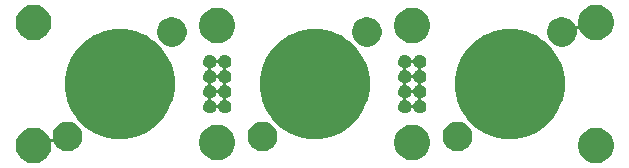
<source format=gbr>
G04 #@! TF.GenerationSoftware,KiCad,Pcbnew,(5.1.4)-1*
G04 #@! TF.CreationDate,2019-11-14T22:55:44-08:00*
G04 #@! TF.ProjectId,SkateLightLEDBoard,536b6174-654c-4696-9768-744c4544426f,rev?*
G04 #@! TF.SameCoordinates,Original*
G04 #@! TF.FileFunction,Soldermask,Bot*
G04 #@! TF.FilePolarity,Negative*
%FSLAX46Y46*%
G04 Gerber Fmt 4.6, Leading zero omitted, Abs format (unit mm)*
G04 Created by KiCad (PCBNEW (5.1.4)-1) date 2019-11-14 22:55:44*
%MOMM*%
%LPD*%
G04 APERTURE LIST*
%ADD10C,0.100000*%
G04 APERTURE END LIST*
D10*
G36*
X-20568097Y-3220075D02*
G01*
X-20340429Y-3314378D01*
X-20135534Y-3451285D01*
X-19961285Y-3625534D01*
X-19824378Y-3830429D01*
X-19824377Y-3830431D01*
X-19730075Y-4058097D01*
X-19682000Y-4299786D01*
X-19682000Y-4546214D01*
X-19725741Y-4766113D01*
X-19730075Y-4787903D01*
X-19824378Y-5015571D01*
X-19961285Y-5220466D01*
X-20135534Y-5394715D01*
X-20340429Y-5531622D01*
X-20340430Y-5531623D01*
X-20340431Y-5531623D01*
X-20568097Y-5625925D01*
X-20809786Y-5674000D01*
X-21056214Y-5674000D01*
X-21297903Y-5625925D01*
X-21525569Y-5531623D01*
X-21525570Y-5531623D01*
X-21525571Y-5531622D01*
X-21730466Y-5394715D01*
X-21904715Y-5220466D01*
X-22041622Y-5015571D01*
X-22071244Y-4944058D01*
X-22082795Y-4922447D01*
X-22098340Y-4903505D01*
X-22117282Y-4887960D01*
X-22138893Y-4876409D01*
X-22162342Y-4869296D01*
X-22186728Y-4866894D01*
X-22211114Y-4869296D01*
X-22234563Y-4876409D01*
X-22256174Y-4887960D01*
X-22275116Y-4903505D01*
X-22290661Y-4922447D01*
X-22302212Y-4944058D01*
X-22309325Y-4967507D01*
X-22311727Y-4991893D01*
X-22309326Y-5016275D01*
X-22301000Y-5058130D01*
X-22301000Y-5355870D01*
X-22359086Y-5647888D01*
X-22473026Y-5922964D01*
X-22638441Y-6170525D01*
X-22848975Y-6381059D01*
X-23096536Y-6546474D01*
X-23371612Y-6660414D01*
X-23517621Y-6689457D01*
X-23663629Y-6718500D01*
X-23961371Y-6718500D01*
X-24107379Y-6689457D01*
X-24253388Y-6660414D01*
X-24528464Y-6546474D01*
X-24776025Y-6381059D01*
X-24986559Y-6170525D01*
X-25151974Y-5922964D01*
X-25265914Y-5647888D01*
X-25324000Y-5355870D01*
X-25324000Y-5058130D01*
X-25315534Y-5015571D01*
X-25273476Y-4804129D01*
X-25265914Y-4766112D01*
X-25151974Y-4491036D01*
X-24986559Y-4243475D01*
X-24776025Y-4032941D01*
X-24528464Y-3867526D01*
X-24253388Y-3753586D01*
X-24107379Y-3724543D01*
X-23961371Y-3695500D01*
X-23663629Y-3695500D01*
X-23517621Y-3724543D01*
X-23371612Y-3753586D01*
X-23096536Y-3867526D01*
X-22848975Y-4032941D01*
X-22638441Y-4243475D01*
X-22473026Y-4491036D01*
X-22423763Y-4609967D01*
X-22412216Y-4631571D01*
X-22396671Y-4650513D01*
X-22377729Y-4666058D01*
X-22356118Y-4677609D01*
X-22332669Y-4684722D01*
X-22308283Y-4687124D01*
X-22283897Y-4684722D01*
X-22260448Y-4677609D01*
X-22238837Y-4666058D01*
X-22219895Y-4650513D01*
X-22204350Y-4631571D01*
X-22192799Y-4609960D01*
X-22185686Y-4586511D01*
X-22183284Y-4562125D01*
X-22184000Y-4554853D01*
X-22184000Y-4299786D01*
X-22135925Y-4058097D01*
X-22041623Y-3830431D01*
X-22041622Y-3830429D01*
X-21904715Y-3625534D01*
X-21730466Y-3451285D01*
X-21525571Y-3314378D01*
X-21297903Y-3220075D01*
X-21056214Y-3172000D01*
X-20809786Y-3172000D01*
X-20568097Y-3220075D01*
X-20568097Y-3220075D01*
G37*
G36*
X24107379Y-3724543D02*
G01*
X24253388Y-3753586D01*
X24528464Y-3867526D01*
X24776025Y-4032941D01*
X24986559Y-4243475D01*
X25151974Y-4491036D01*
X25265914Y-4766112D01*
X25273476Y-4804129D01*
X25315535Y-5015571D01*
X25324000Y-5058130D01*
X25324000Y-5355870D01*
X25265914Y-5647888D01*
X25151974Y-5922964D01*
X24986559Y-6170525D01*
X24776025Y-6381059D01*
X24528464Y-6546474D01*
X24253388Y-6660414D01*
X24107379Y-6689457D01*
X23961371Y-6718500D01*
X23663629Y-6718500D01*
X23517621Y-6689457D01*
X23371612Y-6660414D01*
X23096536Y-6546474D01*
X22848975Y-6381059D01*
X22638441Y-6170525D01*
X22473026Y-5922964D01*
X22359086Y-5647888D01*
X22301000Y-5355870D01*
X22301000Y-5058130D01*
X22309466Y-5015571D01*
X22351524Y-4804129D01*
X22359086Y-4766112D01*
X22473026Y-4491036D01*
X22638441Y-4243475D01*
X22848975Y-4032941D01*
X23096536Y-3867526D01*
X23371612Y-3753586D01*
X23517621Y-3724543D01*
X23663629Y-3695500D01*
X23961371Y-3695500D01*
X24107379Y-3724543D01*
X24107379Y-3724543D01*
G37*
G36*
X8453063Y-3451285D02*
G01*
X8695888Y-3499586D01*
X8970964Y-3613526D01*
X9218525Y-3778941D01*
X9429059Y-3989475D01*
X9594474Y-4237036D01*
X9708414Y-4512112D01*
X9766500Y-4804130D01*
X9766500Y-5101870D01*
X9708414Y-5393888D01*
X9594474Y-5668964D01*
X9429059Y-5916525D01*
X9218525Y-6127059D01*
X8970964Y-6292474D01*
X8695888Y-6406414D01*
X8549879Y-6435457D01*
X8403871Y-6464500D01*
X8106129Y-6464500D01*
X7960121Y-6435457D01*
X7814112Y-6406414D01*
X7539036Y-6292474D01*
X7291475Y-6127059D01*
X7080941Y-5916525D01*
X6915526Y-5668964D01*
X6801586Y-5393888D01*
X6743500Y-5101870D01*
X6743500Y-4804130D01*
X6801586Y-4512112D01*
X6915526Y-4237036D01*
X7080941Y-3989475D01*
X7291475Y-3778941D01*
X7539036Y-3613526D01*
X7814112Y-3499586D01*
X8056937Y-3451285D01*
X8106129Y-3441500D01*
X8403871Y-3441500D01*
X8453063Y-3451285D01*
X8453063Y-3451285D01*
G37*
G36*
X-8056937Y-3451285D02*
G01*
X-7814112Y-3499586D01*
X-7539036Y-3613526D01*
X-7291475Y-3778941D01*
X-7080941Y-3989475D01*
X-6915526Y-4237036D01*
X-6801586Y-4512112D01*
X-6743500Y-4804130D01*
X-6743500Y-5101870D01*
X-6801586Y-5393888D01*
X-6915526Y-5668964D01*
X-7080941Y-5916525D01*
X-7291475Y-6127059D01*
X-7539036Y-6292474D01*
X-7814112Y-6406414D01*
X-7960121Y-6435457D01*
X-8106129Y-6464500D01*
X-8403871Y-6464500D01*
X-8549879Y-6435457D01*
X-8695888Y-6406414D01*
X-8970964Y-6292474D01*
X-9218525Y-6127059D01*
X-9429059Y-5916525D01*
X-9594474Y-5668964D01*
X-9708414Y-5393888D01*
X-9766500Y-5101870D01*
X-9766500Y-4804130D01*
X-9708414Y-4512112D01*
X-9594474Y-4237036D01*
X-9429059Y-3989475D01*
X-9218525Y-3778941D01*
X-8970964Y-3613526D01*
X-8695888Y-3499586D01*
X-8453063Y-3451285D01*
X-8403871Y-3441500D01*
X-8106129Y-3441500D01*
X-8056937Y-3451285D01*
X-8056937Y-3451285D01*
G37*
G36*
X-4058097Y-3220075D02*
G01*
X-3830429Y-3314378D01*
X-3625534Y-3451285D01*
X-3451285Y-3625534D01*
X-3314378Y-3830429D01*
X-3314377Y-3830431D01*
X-3220075Y-4058097D01*
X-3172000Y-4299786D01*
X-3172000Y-4546214D01*
X-3215741Y-4766113D01*
X-3220075Y-4787903D01*
X-3314378Y-5015571D01*
X-3451285Y-5220466D01*
X-3625534Y-5394715D01*
X-3830429Y-5531622D01*
X-3830430Y-5531623D01*
X-3830431Y-5531623D01*
X-4058097Y-5625925D01*
X-4299786Y-5674000D01*
X-4546214Y-5674000D01*
X-4787903Y-5625925D01*
X-5015569Y-5531623D01*
X-5015570Y-5531623D01*
X-5015571Y-5531622D01*
X-5220466Y-5394715D01*
X-5394715Y-5220466D01*
X-5531622Y-5015571D01*
X-5625925Y-4787903D01*
X-5630259Y-4766113D01*
X-5674000Y-4546214D01*
X-5674000Y-4299786D01*
X-5625925Y-4058097D01*
X-5531623Y-3830431D01*
X-5531622Y-3830429D01*
X-5394715Y-3625534D01*
X-5220466Y-3451285D01*
X-5015571Y-3314378D01*
X-4787903Y-3220075D01*
X-4546214Y-3172000D01*
X-4299786Y-3172000D01*
X-4058097Y-3220075D01*
X-4058097Y-3220075D01*
G37*
G36*
X12451903Y-3220075D02*
G01*
X12679571Y-3314378D01*
X12884466Y-3451285D01*
X13058715Y-3625534D01*
X13195622Y-3830429D01*
X13195623Y-3830431D01*
X13289925Y-4058097D01*
X13338000Y-4299786D01*
X13338000Y-4546214D01*
X13294259Y-4766113D01*
X13289925Y-4787903D01*
X13195622Y-5015571D01*
X13058715Y-5220466D01*
X12884466Y-5394715D01*
X12679571Y-5531622D01*
X12679570Y-5531623D01*
X12679569Y-5531623D01*
X12451903Y-5625925D01*
X12210214Y-5674000D01*
X11963786Y-5674000D01*
X11722097Y-5625925D01*
X11494431Y-5531623D01*
X11494430Y-5531623D01*
X11494429Y-5531622D01*
X11289534Y-5394715D01*
X11115285Y-5220466D01*
X10978378Y-5015571D01*
X10884075Y-4787903D01*
X10879741Y-4766113D01*
X10836000Y-4546214D01*
X10836000Y-4299786D01*
X10884075Y-4058097D01*
X10978377Y-3830431D01*
X10978378Y-3830429D01*
X11115285Y-3625534D01*
X11289534Y-3451285D01*
X11494429Y-3314378D01*
X11722097Y-3220075D01*
X11963786Y-3172000D01*
X12210214Y-3172000D01*
X12451903Y-3220075D01*
X12451903Y-3220075D01*
G37*
G36*
X1356646Y4472265D02*
G01*
X1707249Y4327041D01*
X2203075Y4121663D01*
X2753940Y3753586D01*
X2963555Y3613526D01*
X2964840Y3612667D01*
X3612667Y2964840D01*
X4121663Y2203075D01*
X4302650Y1766133D01*
X4472265Y1356646D01*
X4651000Y458085D01*
X4651000Y-458085D01*
X4472265Y-1356646D01*
X4354808Y-1640211D01*
X4121663Y-2203075D01*
X3713913Y-2813315D01*
X3612668Y-2964839D01*
X2964839Y-3612668D01*
X2840872Y-3695500D01*
X2203075Y-4121663D01*
X1773047Y-4299786D01*
X1356646Y-4472265D01*
X458085Y-4651000D01*
X-458085Y-4651000D01*
X-1356646Y-4472265D01*
X-1773047Y-4299786D01*
X-2203075Y-4121663D01*
X-2840872Y-3695500D01*
X-2964839Y-3612668D01*
X-3612668Y-2964839D01*
X-3713913Y-2813315D01*
X-4121663Y-2203075D01*
X-4354808Y-1640211D01*
X-4472265Y-1356646D01*
X-4651000Y-458085D01*
X-4651000Y458085D01*
X-4472265Y1356646D01*
X-4302650Y1766133D01*
X-4121663Y2203075D01*
X-3612667Y2964840D01*
X-2964840Y3612667D01*
X-2963554Y3613526D01*
X-2753940Y3753586D01*
X-2203075Y4121663D01*
X-1707249Y4327041D01*
X-1356646Y4472265D01*
X-458085Y4651000D01*
X458085Y4651000D01*
X1356646Y4472265D01*
X1356646Y4472265D01*
G37*
G36*
X17866646Y4472265D02*
G01*
X18217249Y4327041D01*
X18713075Y4121663D01*
X19263940Y3753586D01*
X19473555Y3613526D01*
X19474840Y3612667D01*
X20122667Y2964840D01*
X20631663Y2203075D01*
X20812650Y1766133D01*
X20982265Y1356646D01*
X21161000Y458085D01*
X21161000Y-458085D01*
X20982265Y-1356646D01*
X20864808Y-1640211D01*
X20631663Y-2203075D01*
X20223913Y-2813315D01*
X20122668Y-2964839D01*
X19474839Y-3612668D01*
X19350872Y-3695500D01*
X18713075Y-4121663D01*
X18283047Y-4299786D01*
X17866646Y-4472265D01*
X16968085Y-4651000D01*
X16051915Y-4651000D01*
X15153354Y-4472265D01*
X14736953Y-4299786D01*
X14306925Y-4121663D01*
X13669128Y-3695500D01*
X13545161Y-3612668D01*
X12897332Y-2964839D01*
X12796087Y-2813315D01*
X12388337Y-2203075D01*
X12155192Y-1640211D01*
X12037735Y-1356646D01*
X11859000Y-458085D01*
X11859000Y458085D01*
X12037735Y1356646D01*
X12207350Y1766133D01*
X12388337Y2203075D01*
X12897333Y2964840D01*
X13545160Y3612667D01*
X13546446Y3613526D01*
X13756060Y3753586D01*
X14306925Y4121663D01*
X14802751Y4327041D01*
X15153354Y4472265D01*
X16051915Y4651000D01*
X16968085Y4651000D01*
X17866646Y4472265D01*
X17866646Y4472265D01*
G37*
G36*
X-15153354Y4472265D02*
G01*
X-14802751Y4327041D01*
X-14306925Y4121663D01*
X-13756060Y3753586D01*
X-13546445Y3613526D01*
X-13545160Y3612667D01*
X-12897333Y2964840D01*
X-12388337Y2203075D01*
X-12207350Y1766133D01*
X-12037735Y1356646D01*
X-11859000Y458085D01*
X-11859000Y-458085D01*
X-12037735Y-1356646D01*
X-12155192Y-1640211D01*
X-12388337Y-2203075D01*
X-12796087Y-2813315D01*
X-12897332Y-2964839D01*
X-13545161Y-3612668D01*
X-13669128Y-3695500D01*
X-14306925Y-4121663D01*
X-14736953Y-4299786D01*
X-15153354Y-4472265D01*
X-16051915Y-4651000D01*
X-16968085Y-4651000D01*
X-17866646Y-4472265D01*
X-18283047Y-4299786D01*
X-18713075Y-4121663D01*
X-19350872Y-3695500D01*
X-19474839Y-3612668D01*
X-20122668Y-2964839D01*
X-20223913Y-2813315D01*
X-20631663Y-2203075D01*
X-20864808Y-1640211D01*
X-20982265Y-1356646D01*
X-21161000Y-458085D01*
X-21161000Y458085D01*
X-20982265Y1356646D01*
X-20812650Y1766133D01*
X-20631663Y2203075D01*
X-20122667Y2964840D01*
X-19474840Y3612667D01*
X-19473554Y3613526D01*
X-19263940Y3753586D01*
X-18713075Y4121663D01*
X-18217249Y4327041D01*
X-17866646Y4472265D01*
X-16968085Y4651000D01*
X-16051915Y4651000D01*
X-15153354Y4472265D01*
X-15153354Y4472265D01*
G37*
G36*
X7783051Y2442520D02*
G01*
X7833920Y2421449D01*
X7884786Y2400380D01*
X7976342Y2339204D01*
X8054204Y2261342D01*
X8115380Y2169786D01*
X8139516Y2111515D01*
X8151068Y2089905D01*
X8166613Y2070963D01*
X8185555Y2055418D01*
X8207166Y2043867D01*
X8230615Y2036754D01*
X8255001Y2034352D01*
X8279387Y2036754D01*
X8302836Y2043867D01*
X8324446Y2055419D01*
X8343388Y2070964D01*
X8358933Y2089906D01*
X8370484Y2111515D01*
X8394620Y2169786D01*
X8455796Y2261342D01*
X8533658Y2339204D01*
X8625214Y2400380D01*
X8676080Y2421449D01*
X8726949Y2442520D01*
X8834941Y2464000D01*
X8945059Y2464000D01*
X9053051Y2442520D01*
X9103920Y2421449D01*
X9154786Y2400380D01*
X9246342Y2339204D01*
X9324204Y2261342D01*
X9385380Y2169786D01*
X9406449Y2118920D01*
X9427520Y2068051D01*
X9449000Y1960059D01*
X9449000Y1849941D01*
X9427520Y1741949D01*
X9418467Y1720094D01*
X9385380Y1640214D01*
X9324204Y1548658D01*
X9246342Y1470796D01*
X9154786Y1409620D01*
X9096515Y1385484D01*
X9074905Y1373932D01*
X9055963Y1358387D01*
X9040418Y1339445D01*
X9028867Y1317834D01*
X9021754Y1294385D01*
X9019352Y1269999D01*
X9021754Y1245613D01*
X9028867Y1222164D01*
X9040419Y1200554D01*
X9055964Y1181612D01*
X9074906Y1166067D01*
X9096513Y1154517D01*
X9154786Y1130380D01*
X9246342Y1069204D01*
X9324204Y991342D01*
X9385380Y899786D01*
X9406449Y848920D01*
X9427520Y798051D01*
X9449000Y690059D01*
X9449000Y579941D01*
X9427520Y471949D01*
X9418467Y450094D01*
X9385380Y370214D01*
X9324204Y278658D01*
X9246342Y200796D01*
X9154786Y139620D01*
X9096515Y115484D01*
X9074905Y103932D01*
X9055963Y88387D01*
X9040418Y69445D01*
X9028867Y47834D01*
X9021754Y24385D01*
X9019352Y-1D01*
X9021754Y-24387D01*
X9028867Y-47836D01*
X9040419Y-69446D01*
X9055964Y-88388D01*
X9074906Y-103933D01*
X9096513Y-115483D01*
X9154786Y-139620D01*
X9246342Y-200796D01*
X9324204Y-278658D01*
X9385380Y-370214D01*
X9406449Y-421080D01*
X9427520Y-471949D01*
X9449000Y-579941D01*
X9449000Y-690059D01*
X9427520Y-798051D01*
X9418467Y-819906D01*
X9385380Y-899786D01*
X9324204Y-991342D01*
X9246342Y-1069204D01*
X9154786Y-1130380D01*
X9096515Y-1154516D01*
X9074905Y-1166068D01*
X9055963Y-1181613D01*
X9040418Y-1200555D01*
X9028867Y-1222166D01*
X9021754Y-1245615D01*
X9019352Y-1270001D01*
X9021754Y-1294387D01*
X9028867Y-1317836D01*
X9040419Y-1339446D01*
X9055964Y-1358388D01*
X9074906Y-1373933D01*
X9096513Y-1385483D01*
X9154786Y-1409620D01*
X9246342Y-1470796D01*
X9324204Y-1548658D01*
X9385380Y-1640214D01*
X9406449Y-1691080D01*
X9427520Y-1741949D01*
X9449000Y-1849941D01*
X9449000Y-1960059D01*
X9427520Y-2068051D01*
X9418467Y-2089906D01*
X9385380Y-2169786D01*
X9324204Y-2261342D01*
X9246342Y-2339204D01*
X9154786Y-2400380D01*
X9103920Y-2421449D01*
X9053051Y-2442520D01*
X8945059Y-2464000D01*
X8834941Y-2464000D01*
X8726949Y-2442520D01*
X8676080Y-2421449D01*
X8625214Y-2400380D01*
X8533658Y-2339204D01*
X8455796Y-2261342D01*
X8394620Y-2169786D01*
X8370483Y-2111513D01*
X8358932Y-2089905D01*
X8343387Y-2070963D01*
X8324445Y-2055418D01*
X8302834Y-2043867D01*
X8279385Y-2036754D01*
X8254999Y-2034352D01*
X8230613Y-2036754D01*
X8207164Y-2043867D01*
X8185554Y-2055419D01*
X8166612Y-2070964D01*
X8151067Y-2089906D01*
X8139517Y-2111513D01*
X8115380Y-2169786D01*
X8054204Y-2261342D01*
X7976342Y-2339204D01*
X7884786Y-2400380D01*
X7833920Y-2421449D01*
X7783051Y-2442520D01*
X7675059Y-2464000D01*
X7564941Y-2464000D01*
X7456949Y-2442520D01*
X7406080Y-2421449D01*
X7355214Y-2400380D01*
X7263658Y-2339204D01*
X7185796Y-2261342D01*
X7124620Y-2169786D01*
X7091533Y-2089906D01*
X7082480Y-2068051D01*
X7061000Y-1960059D01*
X7061000Y-1849941D01*
X7082480Y-1741949D01*
X7103551Y-1691080D01*
X7124620Y-1640214D01*
X7185796Y-1548658D01*
X7263658Y-1470796D01*
X7355214Y-1409620D01*
X7413487Y-1385483D01*
X7435095Y-1373932D01*
X7454037Y-1358387D01*
X7469582Y-1339445D01*
X7481133Y-1317834D01*
X7488246Y-1294385D01*
X7490647Y-1270001D01*
X7749352Y-1270001D01*
X7751754Y-1294387D01*
X7758867Y-1317836D01*
X7770419Y-1339446D01*
X7785964Y-1358388D01*
X7804906Y-1373933D01*
X7826513Y-1385483D01*
X7884786Y-1409620D01*
X7976342Y-1470796D01*
X8054204Y-1548658D01*
X8115380Y-1640214D01*
X8139516Y-1698485D01*
X8151068Y-1720095D01*
X8166613Y-1739037D01*
X8185555Y-1754582D01*
X8207166Y-1766133D01*
X8230615Y-1773246D01*
X8255001Y-1775648D01*
X8279387Y-1773246D01*
X8302836Y-1766133D01*
X8324446Y-1754581D01*
X8343388Y-1739036D01*
X8358933Y-1720094D01*
X8370484Y-1698485D01*
X8394620Y-1640214D01*
X8455796Y-1548658D01*
X8533658Y-1470796D01*
X8625214Y-1409620D01*
X8683487Y-1385483D01*
X8705095Y-1373932D01*
X8724037Y-1358387D01*
X8739582Y-1339445D01*
X8751133Y-1317834D01*
X8758246Y-1294385D01*
X8760648Y-1269999D01*
X8758246Y-1245613D01*
X8751133Y-1222164D01*
X8739581Y-1200554D01*
X8724036Y-1181612D01*
X8705094Y-1166067D01*
X8683485Y-1154516D01*
X8625214Y-1130380D01*
X8533658Y-1069204D01*
X8455796Y-991342D01*
X8394620Y-899786D01*
X8370483Y-841513D01*
X8358932Y-819905D01*
X8343387Y-800963D01*
X8324445Y-785418D01*
X8302834Y-773867D01*
X8279385Y-766754D01*
X8254999Y-764352D01*
X8230613Y-766754D01*
X8207164Y-773867D01*
X8185554Y-785419D01*
X8166612Y-800964D01*
X8151067Y-819906D01*
X8139517Y-841513D01*
X8115380Y-899786D01*
X8054204Y-991342D01*
X7976342Y-1069204D01*
X7884786Y-1130380D01*
X7826515Y-1154516D01*
X7804905Y-1166068D01*
X7785963Y-1181613D01*
X7770418Y-1200555D01*
X7758867Y-1222166D01*
X7751754Y-1245615D01*
X7749352Y-1270001D01*
X7490647Y-1270001D01*
X7490648Y-1269999D01*
X7488246Y-1245613D01*
X7481133Y-1222164D01*
X7469581Y-1200554D01*
X7454036Y-1181612D01*
X7435094Y-1166067D01*
X7413485Y-1154516D01*
X7355214Y-1130380D01*
X7263658Y-1069204D01*
X7185796Y-991342D01*
X7124620Y-899786D01*
X7091533Y-819906D01*
X7082480Y-798051D01*
X7061000Y-690059D01*
X7061000Y-579941D01*
X7082480Y-471949D01*
X7103551Y-421080D01*
X7124620Y-370214D01*
X7185796Y-278658D01*
X7263658Y-200796D01*
X7355214Y-139620D01*
X7413487Y-115483D01*
X7435095Y-103932D01*
X7454037Y-88387D01*
X7469582Y-69445D01*
X7481133Y-47834D01*
X7488246Y-24385D01*
X7490647Y-1D01*
X7749352Y-1D01*
X7751754Y-24387D01*
X7758867Y-47836D01*
X7770419Y-69446D01*
X7785964Y-88388D01*
X7804906Y-103933D01*
X7826513Y-115483D01*
X7884786Y-139620D01*
X7976342Y-200796D01*
X8054204Y-278658D01*
X8115380Y-370214D01*
X8139516Y-428485D01*
X8151068Y-450095D01*
X8166613Y-469037D01*
X8185555Y-484582D01*
X8207166Y-496133D01*
X8230615Y-503246D01*
X8255001Y-505648D01*
X8279387Y-503246D01*
X8302836Y-496133D01*
X8324446Y-484581D01*
X8343388Y-469036D01*
X8358933Y-450094D01*
X8370484Y-428485D01*
X8394620Y-370214D01*
X8455796Y-278658D01*
X8533658Y-200796D01*
X8625214Y-139620D01*
X8683487Y-115483D01*
X8705095Y-103932D01*
X8724037Y-88387D01*
X8739582Y-69445D01*
X8751133Y-47834D01*
X8758246Y-24385D01*
X8760648Y1D01*
X8758246Y24387D01*
X8751133Y47836D01*
X8739581Y69446D01*
X8724036Y88388D01*
X8705094Y103933D01*
X8683485Y115484D01*
X8625214Y139620D01*
X8533658Y200796D01*
X8455796Y278658D01*
X8394620Y370214D01*
X8370483Y428487D01*
X8358932Y450095D01*
X8343387Y469037D01*
X8324445Y484582D01*
X8302834Y496133D01*
X8279385Y503246D01*
X8254999Y505648D01*
X8230613Y503246D01*
X8207164Y496133D01*
X8185554Y484581D01*
X8166612Y469036D01*
X8151067Y450094D01*
X8139517Y428487D01*
X8115380Y370214D01*
X8054204Y278658D01*
X7976342Y200796D01*
X7884786Y139620D01*
X7826515Y115484D01*
X7804905Y103932D01*
X7785963Y88387D01*
X7770418Y69445D01*
X7758867Y47834D01*
X7751754Y24385D01*
X7749352Y-1D01*
X7490647Y-1D01*
X7490648Y1D01*
X7488246Y24387D01*
X7481133Y47836D01*
X7469581Y69446D01*
X7454036Y88388D01*
X7435094Y103933D01*
X7413485Y115484D01*
X7355214Y139620D01*
X7263658Y200796D01*
X7185796Y278658D01*
X7124620Y370214D01*
X7091533Y450094D01*
X7082480Y471949D01*
X7061000Y579941D01*
X7061000Y690059D01*
X7082480Y798051D01*
X7103551Y848920D01*
X7124620Y899786D01*
X7185796Y991342D01*
X7263658Y1069204D01*
X7355214Y1130380D01*
X7413487Y1154517D01*
X7435095Y1166068D01*
X7454037Y1181613D01*
X7469582Y1200555D01*
X7481133Y1222166D01*
X7488246Y1245615D01*
X7490647Y1269999D01*
X7749352Y1269999D01*
X7751754Y1245613D01*
X7758867Y1222164D01*
X7770419Y1200554D01*
X7785964Y1181612D01*
X7804906Y1166067D01*
X7826513Y1154517D01*
X7884786Y1130380D01*
X7976342Y1069204D01*
X8054204Y991342D01*
X8115380Y899786D01*
X8139516Y841515D01*
X8151068Y819905D01*
X8166613Y800963D01*
X8185555Y785418D01*
X8207166Y773867D01*
X8230615Y766754D01*
X8255001Y764352D01*
X8279387Y766754D01*
X8302836Y773867D01*
X8324446Y785419D01*
X8343388Y800964D01*
X8358933Y819906D01*
X8370484Y841515D01*
X8394620Y899786D01*
X8455796Y991342D01*
X8533658Y1069204D01*
X8625214Y1130380D01*
X8683487Y1154517D01*
X8705095Y1166068D01*
X8724037Y1181613D01*
X8739582Y1200555D01*
X8751133Y1222166D01*
X8758246Y1245615D01*
X8760648Y1270001D01*
X8758246Y1294387D01*
X8751133Y1317836D01*
X8739581Y1339446D01*
X8724036Y1358388D01*
X8705094Y1373933D01*
X8683485Y1385484D01*
X8625214Y1409620D01*
X8533658Y1470796D01*
X8455796Y1548658D01*
X8394620Y1640214D01*
X8370483Y1698487D01*
X8358932Y1720095D01*
X8343387Y1739037D01*
X8324445Y1754582D01*
X8302834Y1766133D01*
X8279385Y1773246D01*
X8254999Y1775648D01*
X8230613Y1773246D01*
X8207164Y1766133D01*
X8185554Y1754581D01*
X8166612Y1739036D01*
X8151067Y1720094D01*
X8139517Y1698487D01*
X8115380Y1640214D01*
X8054204Y1548658D01*
X7976342Y1470796D01*
X7884786Y1409620D01*
X7826515Y1385484D01*
X7804905Y1373932D01*
X7785963Y1358387D01*
X7770418Y1339445D01*
X7758867Y1317834D01*
X7751754Y1294385D01*
X7749352Y1269999D01*
X7490647Y1269999D01*
X7490648Y1270001D01*
X7488246Y1294387D01*
X7481133Y1317836D01*
X7469581Y1339446D01*
X7454036Y1358388D01*
X7435094Y1373933D01*
X7413485Y1385484D01*
X7355214Y1409620D01*
X7263658Y1470796D01*
X7185796Y1548658D01*
X7124620Y1640214D01*
X7091533Y1720094D01*
X7082480Y1741949D01*
X7061000Y1849941D01*
X7061000Y1960059D01*
X7082480Y2068051D01*
X7103551Y2118920D01*
X7124620Y2169786D01*
X7185796Y2261342D01*
X7263658Y2339204D01*
X7355214Y2400380D01*
X7406080Y2421449D01*
X7456949Y2442520D01*
X7564941Y2464000D01*
X7675059Y2464000D01*
X7783051Y2442520D01*
X7783051Y2442520D01*
G37*
G36*
X-8726949Y2442520D02*
G01*
X-8676080Y2421449D01*
X-8625214Y2400380D01*
X-8533658Y2339204D01*
X-8455796Y2261342D01*
X-8394620Y2169786D01*
X-8370484Y2111515D01*
X-8358932Y2089905D01*
X-8343387Y2070963D01*
X-8324445Y2055418D01*
X-8302834Y2043867D01*
X-8279385Y2036754D01*
X-8254999Y2034352D01*
X-8230613Y2036754D01*
X-8207164Y2043867D01*
X-8185554Y2055419D01*
X-8166612Y2070964D01*
X-8151067Y2089906D01*
X-8139516Y2111515D01*
X-8115380Y2169786D01*
X-8054204Y2261342D01*
X-7976342Y2339204D01*
X-7884786Y2400380D01*
X-7833920Y2421449D01*
X-7783051Y2442520D01*
X-7675059Y2464000D01*
X-7564941Y2464000D01*
X-7456949Y2442520D01*
X-7406080Y2421449D01*
X-7355214Y2400380D01*
X-7263658Y2339204D01*
X-7185796Y2261342D01*
X-7124620Y2169786D01*
X-7103551Y2118920D01*
X-7082480Y2068051D01*
X-7061000Y1960059D01*
X-7061000Y1849941D01*
X-7082480Y1741949D01*
X-7091533Y1720094D01*
X-7124620Y1640214D01*
X-7185796Y1548658D01*
X-7263658Y1470796D01*
X-7355214Y1409620D01*
X-7413485Y1385484D01*
X-7435095Y1373932D01*
X-7454037Y1358387D01*
X-7469582Y1339445D01*
X-7481133Y1317834D01*
X-7488246Y1294385D01*
X-7490648Y1269999D01*
X-7488246Y1245613D01*
X-7481133Y1222164D01*
X-7469581Y1200554D01*
X-7454036Y1181612D01*
X-7435094Y1166067D01*
X-7413487Y1154517D01*
X-7355214Y1130380D01*
X-7263658Y1069204D01*
X-7185796Y991342D01*
X-7124620Y899786D01*
X-7103551Y848920D01*
X-7082480Y798051D01*
X-7061000Y690059D01*
X-7061000Y579941D01*
X-7082480Y471949D01*
X-7091533Y450094D01*
X-7124620Y370214D01*
X-7185796Y278658D01*
X-7263658Y200796D01*
X-7355214Y139620D01*
X-7413485Y115484D01*
X-7435095Y103932D01*
X-7454037Y88387D01*
X-7469582Y69445D01*
X-7481133Y47834D01*
X-7488246Y24385D01*
X-7490648Y-1D01*
X-7488246Y-24387D01*
X-7481133Y-47836D01*
X-7469581Y-69446D01*
X-7454036Y-88388D01*
X-7435094Y-103933D01*
X-7413487Y-115483D01*
X-7355214Y-139620D01*
X-7263658Y-200796D01*
X-7185796Y-278658D01*
X-7124620Y-370214D01*
X-7103551Y-421080D01*
X-7082480Y-471949D01*
X-7061000Y-579941D01*
X-7061000Y-690059D01*
X-7082480Y-798051D01*
X-7091533Y-819906D01*
X-7124620Y-899786D01*
X-7185796Y-991342D01*
X-7263658Y-1069204D01*
X-7355214Y-1130380D01*
X-7413485Y-1154516D01*
X-7435095Y-1166068D01*
X-7454037Y-1181613D01*
X-7469582Y-1200555D01*
X-7481133Y-1222166D01*
X-7488246Y-1245615D01*
X-7490648Y-1270001D01*
X-7488246Y-1294387D01*
X-7481133Y-1317836D01*
X-7469581Y-1339446D01*
X-7454036Y-1358388D01*
X-7435094Y-1373933D01*
X-7413487Y-1385483D01*
X-7355214Y-1409620D01*
X-7263658Y-1470796D01*
X-7185796Y-1548658D01*
X-7124620Y-1640214D01*
X-7103551Y-1691080D01*
X-7082480Y-1741949D01*
X-7061000Y-1849941D01*
X-7061000Y-1960059D01*
X-7082480Y-2068051D01*
X-7091533Y-2089906D01*
X-7124620Y-2169786D01*
X-7185796Y-2261342D01*
X-7263658Y-2339204D01*
X-7355214Y-2400380D01*
X-7406080Y-2421449D01*
X-7456949Y-2442520D01*
X-7564941Y-2464000D01*
X-7675059Y-2464000D01*
X-7783051Y-2442520D01*
X-7833920Y-2421449D01*
X-7884786Y-2400380D01*
X-7976342Y-2339204D01*
X-8054204Y-2261342D01*
X-8115380Y-2169786D01*
X-8139517Y-2111513D01*
X-8151068Y-2089905D01*
X-8166613Y-2070963D01*
X-8185555Y-2055418D01*
X-8207166Y-2043867D01*
X-8230615Y-2036754D01*
X-8255001Y-2034352D01*
X-8279387Y-2036754D01*
X-8302836Y-2043867D01*
X-8324446Y-2055419D01*
X-8343388Y-2070964D01*
X-8358933Y-2089906D01*
X-8370483Y-2111513D01*
X-8394620Y-2169786D01*
X-8455796Y-2261342D01*
X-8533658Y-2339204D01*
X-8625214Y-2400380D01*
X-8676080Y-2421449D01*
X-8726949Y-2442520D01*
X-8834941Y-2464000D01*
X-8945059Y-2464000D01*
X-9053051Y-2442520D01*
X-9103920Y-2421449D01*
X-9154786Y-2400380D01*
X-9246342Y-2339204D01*
X-9324204Y-2261342D01*
X-9385380Y-2169786D01*
X-9418467Y-2089906D01*
X-9427520Y-2068051D01*
X-9449000Y-1960059D01*
X-9449000Y-1849941D01*
X-9427520Y-1741949D01*
X-9406449Y-1691080D01*
X-9385380Y-1640214D01*
X-9324204Y-1548658D01*
X-9246342Y-1470796D01*
X-9154786Y-1409620D01*
X-9096513Y-1385483D01*
X-9074905Y-1373932D01*
X-9055963Y-1358387D01*
X-9040418Y-1339445D01*
X-9028867Y-1317834D01*
X-9021754Y-1294385D01*
X-9019353Y-1270001D01*
X-8760648Y-1270001D01*
X-8758246Y-1294387D01*
X-8751133Y-1317836D01*
X-8739581Y-1339446D01*
X-8724036Y-1358388D01*
X-8705094Y-1373933D01*
X-8683487Y-1385483D01*
X-8625214Y-1409620D01*
X-8533658Y-1470796D01*
X-8455796Y-1548658D01*
X-8394620Y-1640214D01*
X-8370484Y-1698485D01*
X-8358932Y-1720095D01*
X-8343387Y-1739037D01*
X-8324445Y-1754582D01*
X-8302834Y-1766133D01*
X-8279385Y-1773246D01*
X-8254999Y-1775648D01*
X-8230613Y-1773246D01*
X-8207164Y-1766133D01*
X-8185554Y-1754581D01*
X-8166612Y-1739036D01*
X-8151067Y-1720094D01*
X-8139516Y-1698485D01*
X-8115380Y-1640214D01*
X-8054204Y-1548658D01*
X-7976342Y-1470796D01*
X-7884786Y-1409620D01*
X-7826513Y-1385483D01*
X-7804905Y-1373932D01*
X-7785963Y-1358387D01*
X-7770418Y-1339445D01*
X-7758867Y-1317834D01*
X-7751754Y-1294385D01*
X-7749352Y-1269999D01*
X-7751754Y-1245613D01*
X-7758867Y-1222164D01*
X-7770419Y-1200554D01*
X-7785964Y-1181612D01*
X-7804906Y-1166067D01*
X-7826515Y-1154516D01*
X-7884786Y-1130380D01*
X-7976342Y-1069204D01*
X-8054204Y-991342D01*
X-8115380Y-899786D01*
X-8139517Y-841513D01*
X-8151068Y-819905D01*
X-8166613Y-800963D01*
X-8185555Y-785418D01*
X-8207166Y-773867D01*
X-8230615Y-766754D01*
X-8255001Y-764352D01*
X-8279387Y-766754D01*
X-8302836Y-773867D01*
X-8324446Y-785419D01*
X-8343388Y-800964D01*
X-8358933Y-819906D01*
X-8370483Y-841513D01*
X-8394620Y-899786D01*
X-8455796Y-991342D01*
X-8533658Y-1069204D01*
X-8625214Y-1130380D01*
X-8683485Y-1154516D01*
X-8705095Y-1166068D01*
X-8724037Y-1181613D01*
X-8739582Y-1200555D01*
X-8751133Y-1222166D01*
X-8758246Y-1245615D01*
X-8760648Y-1270001D01*
X-9019353Y-1270001D01*
X-9019352Y-1269999D01*
X-9021754Y-1245613D01*
X-9028867Y-1222164D01*
X-9040419Y-1200554D01*
X-9055964Y-1181612D01*
X-9074906Y-1166067D01*
X-9096515Y-1154516D01*
X-9154786Y-1130380D01*
X-9246342Y-1069204D01*
X-9324204Y-991342D01*
X-9385380Y-899786D01*
X-9418467Y-819906D01*
X-9427520Y-798051D01*
X-9449000Y-690059D01*
X-9449000Y-579941D01*
X-9427520Y-471949D01*
X-9406449Y-421080D01*
X-9385380Y-370214D01*
X-9324204Y-278658D01*
X-9246342Y-200796D01*
X-9154786Y-139620D01*
X-9096513Y-115483D01*
X-9074905Y-103932D01*
X-9055963Y-88387D01*
X-9040418Y-69445D01*
X-9028867Y-47834D01*
X-9021754Y-24385D01*
X-9019353Y-1D01*
X-8760648Y-1D01*
X-8758246Y-24387D01*
X-8751133Y-47836D01*
X-8739581Y-69446D01*
X-8724036Y-88388D01*
X-8705094Y-103933D01*
X-8683487Y-115483D01*
X-8625214Y-139620D01*
X-8533658Y-200796D01*
X-8455796Y-278658D01*
X-8394620Y-370214D01*
X-8370484Y-428485D01*
X-8358932Y-450095D01*
X-8343387Y-469037D01*
X-8324445Y-484582D01*
X-8302834Y-496133D01*
X-8279385Y-503246D01*
X-8254999Y-505648D01*
X-8230613Y-503246D01*
X-8207164Y-496133D01*
X-8185554Y-484581D01*
X-8166612Y-469036D01*
X-8151067Y-450094D01*
X-8139516Y-428485D01*
X-8115380Y-370214D01*
X-8054204Y-278658D01*
X-7976342Y-200796D01*
X-7884786Y-139620D01*
X-7826513Y-115483D01*
X-7804905Y-103932D01*
X-7785963Y-88387D01*
X-7770418Y-69445D01*
X-7758867Y-47834D01*
X-7751754Y-24385D01*
X-7749352Y1D01*
X-7751754Y24387D01*
X-7758867Y47836D01*
X-7770419Y69446D01*
X-7785964Y88388D01*
X-7804906Y103933D01*
X-7826515Y115484D01*
X-7884786Y139620D01*
X-7976342Y200796D01*
X-8054204Y278658D01*
X-8115380Y370214D01*
X-8139517Y428487D01*
X-8151068Y450095D01*
X-8166613Y469037D01*
X-8185555Y484582D01*
X-8207166Y496133D01*
X-8230615Y503246D01*
X-8255001Y505648D01*
X-8279387Y503246D01*
X-8302836Y496133D01*
X-8324446Y484581D01*
X-8343388Y469036D01*
X-8358933Y450094D01*
X-8370483Y428487D01*
X-8394620Y370214D01*
X-8455796Y278658D01*
X-8533658Y200796D01*
X-8625214Y139620D01*
X-8683485Y115484D01*
X-8705095Y103932D01*
X-8724037Y88387D01*
X-8739582Y69445D01*
X-8751133Y47834D01*
X-8758246Y24385D01*
X-8760648Y-1D01*
X-9019353Y-1D01*
X-9019352Y1D01*
X-9021754Y24387D01*
X-9028867Y47836D01*
X-9040419Y69446D01*
X-9055964Y88388D01*
X-9074906Y103933D01*
X-9096515Y115484D01*
X-9154786Y139620D01*
X-9246342Y200796D01*
X-9324204Y278658D01*
X-9385380Y370214D01*
X-9418467Y450094D01*
X-9427520Y471949D01*
X-9449000Y579941D01*
X-9449000Y690059D01*
X-9427520Y798051D01*
X-9406449Y848920D01*
X-9385380Y899786D01*
X-9324204Y991342D01*
X-9246342Y1069204D01*
X-9154786Y1130380D01*
X-9096513Y1154517D01*
X-9074905Y1166068D01*
X-9055963Y1181613D01*
X-9040418Y1200555D01*
X-9028867Y1222166D01*
X-9021754Y1245615D01*
X-9019353Y1269999D01*
X-8760648Y1269999D01*
X-8758246Y1245613D01*
X-8751133Y1222164D01*
X-8739581Y1200554D01*
X-8724036Y1181612D01*
X-8705094Y1166067D01*
X-8683487Y1154517D01*
X-8625214Y1130380D01*
X-8533658Y1069204D01*
X-8455796Y991342D01*
X-8394620Y899786D01*
X-8370484Y841515D01*
X-8358932Y819905D01*
X-8343387Y800963D01*
X-8324445Y785418D01*
X-8302834Y773867D01*
X-8279385Y766754D01*
X-8254999Y764352D01*
X-8230613Y766754D01*
X-8207164Y773867D01*
X-8185554Y785419D01*
X-8166612Y800964D01*
X-8151067Y819906D01*
X-8139516Y841515D01*
X-8115380Y899786D01*
X-8054204Y991342D01*
X-7976342Y1069204D01*
X-7884786Y1130380D01*
X-7826513Y1154517D01*
X-7804905Y1166068D01*
X-7785963Y1181613D01*
X-7770418Y1200555D01*
X-7758867Y1222166D01*
X-7751754Y1245615D01*
X-7749352Y1270001D01*
X-7751754Y1294387D01*
X-7758867Y1317836D01*
X-7770419Y1339446D01*
X-7785964Y1358388D01*
X-7804906Y1373933D01*
X-7826515Y1385484D01*
X-7884786Y1409620D01*
X-7976342Y1470796D01*
X-8054204Y1548658D01*
X-8115380Y1640214D01*
X-8139517Y1698487D01*
X-8151068Y1720095D01*
X-8166613Y1739037D01*
X-8185555Y1754582D01*
X-8207166Y1766133D01*
X-8230615Y1773246D01*
X-8255001Y1775648D01*
X-8279387Y1773246D01*
X-8302836Y1766133D01*
X-8324446Y1754581D01*
X-8343388Y1739036D01*
X-8358933Y1720094D01*
X-8370483Y1698487D01*
X-8394620Y1640214D01*
X-8455796Y1548658D01*
X-8533658Y1470796D01*
X-8625214Y1409620D01*
X-8683485Y1385484D01*
X-8705095Y1373932D01*
X-8724037Y1358387D01*
X-8739582Y1339445D01*
X-8751133Y1317834D01*
X-8758246Y1294385D01*
X-8760648Y1269999D01*
X-9019353Y1269999D01*
X-9019352Y1270001D01*
X-9021754Y1294387D01*
X-9028867Y1317836D01*
X-9040419Y1339446D01*
X-9055964Y1358388D01*
X-9074906Y1373933D01*
X-9096515Y1385484D01*
X-9154786Y1409620D01*
X-9246342Y1470796D01*
X-9324204Y1548658D01*
X-9385380Y1640214D01*
X-9418467Y1720094D01*
X-9427520Y1741949D01*
X-9449000Y1849941D01*
X-9449000Y1960059D01*
X-9427520Y2068051D01*
X-9406449Y2118920D01*
X-9385380Y2169786D01*
X-9324204Y2261342D01*
X-9246342Y2339204D01*
X-9154786Y2400380D01*
X-9103920Y2421449D01*
X-9053051Y2442520D01*
X-8945059Y2464000D01*
X-8834941Y2464000D01*
X-8726949Y2442520D01*
X-8726949Y2442520D01*
G37*
G36*
X4787903Y5625925D02*
G01*
X5015571Y5531622D01*
X5220466Y5394715D01*
X5394715Y5220466D01*
X5531148Y5016280D01*
X5531623Y5015569D01*
X5625925Y4787903D01*
X5674000Y4546214D01*
X5674000Y4299786D01*
X5661518Y4237036D01*
X5625925Y4058097D01*
X5531622Y3830429D01*
X5394715Y3625534D01*
X5220466Y3451285D01*
X5015571Y3314378D01*
X5015570Y3314377D01*
X5015569Y3314377D01*
X4787903Y3220075D01*
X4546214Y3172000D01*
X4299786Y3172000D01*
X4058097Y3220075D01*
X3830431Y3314377D01*
X3830430Y3314377D01*
X3830429Y3314378D01*
X3625534Y3451285D01*
X3451285Y3625534D01*
X3314378Y3830429D01*
X3220075Y4058097D01*
X3184482Y4237036D01*
X3172000Y4299786D01*
X3172000Y4546214D01*
X3220075Y4787903D01*
X3314377Y5015569D01*
X3314852Y5016280D01*
X3451285Y5220466D01*
X3625534Y5394715D01*
X3830429Y5531622D01*
X4058097Y5625925D01*
X4299786Y5674000D01*
X4546214Y5674000D01*
X4787903Y5625925D01*
X4787903Y5625925D01*
G37*
G36*
X-11722097Y5625925D02*
G01*
X-11494429Y5531622D01*
X-11289534Y5394715D01*
X-11115285Y5220466D01*
X-10978852Y5016280D01*
X-10978377Y5015569D01*
X-10884075Y4787903D01*
X-10836000Y4546214D01*
X-10836000Y4299786D01*
X-10848482Y4237036D01*
X-10884075Y4058097D01*
X-10978378Y3830429D01*
X-11115285Y3625534D01*
X-11289534Y3451285D01*
X-11494429Y3314378D01*
X-11494430Y3314377D01*
X-11494431Y3314377D01*
X-11722097Y3220075D01*
X-11963786Y3172000D01*
X-12210214Y3172000D01*
X-12451903Y3220075D01*
X-12679569Y3314377D01*
X-12679570Y3314377D01*
X-12679571Y3314378D01*
X-12884466Y3451285D01*
X-13058715Y3625534D01*
X-13195622Y3830429D01*
X-13289925Y4058097D01*
X-13325518Y4237036D01*
X-13338000Y4299786D01*
X-13338000Y4546214D01*
X-13289925Y4787903D01*
X-13195623Y5015569D01*
X-13195148Y5016280D01*
X-13058715Y5220466D01*
X-12884466Y5394715D01*
X-12679571Y5531622D01*
X-12451903Y5625925D01*
X-12210214Y5674000D01*
X-11963786Y5674000D01*
X-11722097Y5625925D01*
X-11722097Y5625925D01*
G37*
G36*
X24107379Y6689457D02*
G01*
X24253388Y6660414D01*
X24528464Y6546474D01*
X24776025Y6381059D01*
X24986559Y6170525D01*
X25151974Y5922964D01*
X25265914Y5647888D01*
X25265914Y5647887D01*
X25324000Y5355871D01*
X25324000Y5058129D01*
X25315534Y5015569D01*
X25265914Y4766112D01*
X25151974Y4491036D01*
X24986559Y4243475D01*
X24776025Y4032941D01*
X24528464Y3867526D01*
X24253388Y3753586D01*
X24107379Y3724543D01*
X23961371Y3695500D01*
X23663629Y3695500D01*
X23517621Y3724543D01*
X23371612Y3753586D01*
X23096536Y3867526D01*
X22848975Y4032941D01*
X22638441Y4243475D01*
X22473026Y4491036D01*
X22423763Y4609967D01*
X22412216Y4631571D01*
X22396671Y4650513D01*
X22377729Y4666058D01*
X22356118Y4677609D01*
X22332669Y4684722D01*
X22308283Y4687124D01*
X22283897Y4684722D01*
X22260448Y4677609D01*
X22238837Y4666058D01*
X22219895Y4650513D01*
X22204350Y4631571D01*
X22192799Y4609960D01*
X22185686Y4586511D01*
X22183284Y4562125D01*
X22184000Y4554853D01*
X22184000Y4299786D01*
X22171518Y4237036D01*
X22135925Y4058097D01*
X22041622Y3830429D01*
X21904715Y3625534D01*
X21730466Y3451285D01*
X21525571Y3314378D01*
X21525570Y3314377D01*
X21525569Y3314377D01*
X21297903Y3220075D01*
X21056214Y3172000D01*
X20809786Y3172000D01*
X20568097Y3220075D01*
X20340431Y3314377D01*
X20340430Y3314377D01*
X20340429Y3314378D01*
X20135534Y3451285D01*
X19961285Y3625534D01*
X19824378Y3830429D01*
X19730075Y4058097D01*
X19694482Y4237036D01*
X19682000Y4299786D01*
X19682000Y4546214D01*
X19730075Y4787903D01*
X19824377Y5015569D01*
X19824852Y5016280D01*
X19961285Y5220466D01*
X20135534Y5394715D01*
X20340429Y5531622D01*
X20568097Y5625925D01*
X20809786Y5674000D01*
X21056214Y5674000D01*
X21297903Y5625925D01*
X21525571Y5531622D01*
X21730466Y5394715D01*
X21904715Y5220466D01*
X22041148Y5016280D01*
X22041623Y5015569D01*
X22071244Y4944058D01*
X22082795Y4922447D01*
X22098340Y4903505D01*
X22117282Y4887960D01*
X22138893Y4876409D01*
X22162342Y4869296D01*
X22186728Y4866894D01*
X22211114Y4869296D01*
X22234563Y4876409D01*
X22256174Y4887960D01*
X22275116Y4903505D01*
X22290661Y4922447D01*
X22302212Y4944058D01*
X22309325Y4967507D01*
X22311727Y4991893D01*
X22309326Y5016275D01*
X22301000Y5058130D01*
X22301000Y5355870D01*
X22359086Y5647888D01*
X22473026Y5922964D01*
X22638441Y6170525D01*
X22848975Y6381059D01*
X23096536Y6546474D01*
X23371612Y6660414D01*
X23517621Y6689457D01*
X23663629Y6718500D01*
X23961371Y6718500D01*
X24107379Y6689457D01*
X24107379Y6689457D01*
G37*
G36*
X-7960121Y6435457D02*
G01*
X-7814112Y6406414D01*
X-7539036Y6292474D01*
X-7291475Y6127059D01*
X-7080941Y5916525D01*
X-6915526Y5668964D01*
X-6801586Y5393888D01*
X-6743500Y5101870D01*
X-6743500Y4804130D01*
X-6801586Y4512112D01*
X-6915526Y4237036D01*
X-7080941Y3989475D01*
X-7291475Y3778941D01*
X-7539036Y3613526D01*
X-7814112Y3499586D01*
X-7960121Y3470543D01*
X-8106129Y3441500D01*
X-8403871Y3441500D01*
X-8549879Y3470543D01*
X-8695888Y3499586D01*
X-8970964Y3613526D01*
X-9218525Y3778941D01*
X-9429059Y3989475D01*
X-9594474Y4237036D01*
X-9708414Y4512112D01*
X-9766500Y4804130D01*
X-9766500Y5101870D01*
X-9708414Y5393888D01*
X-9594474Y5668964D01*
X-9429059Y5916525D01*
X-9218525Y6127059D01*
X-8970964Y6292474D01*
X-8695888Y6406414D01*
X-8549879Y6435457D01*
X-8403871Y6464500D01*
X-8106129Y6464500D01*
X-7960121Y6435457D01*
X-7960121Y6435457D01*
G37*
G36*
X8549879Y6435457D02*
G01*
X8695888Y6406414D01*
X8970964Y6292474D01*
X9218525Y6127059D01*
X9429059Y5916525D01*
X9594474Y5668964D01*
X9708414Y5393888D01*
X9766500Y5101870D01*
X9766500Y4804130D01*
X9708414Y4512112D01*
X9594474Y4237036D01*
X9429059Y3989475D01*
X9218525Y3778941D01*
X8970964Y3613526D01*
X8695888Y3499586D01*
X8549879Y3470543D01*
X8403871Y3441500D01*
X8106129Y3441500D01*
X7960121Y3470543D01*
X7814112Y3499586D01*
X7539036Y3613526D01*
X7291475Y3778941D01*
X7080941Y3989475D01*
X6915526Y4237036D01*
X6801586Y4512112D01*
X6743500Y4804130D01*
X6743500Y5101870D01*
X6801586Y5393888D01*
X6915526Y5668964D01*
X7080941Y5916525D01*
X7291475Y6127059D01*
X7539036Y6292474D01*
X7814112Y6406414D01*
X7960121Y6435457D01*
X8106129Y6464500D01*
X8403871Y6464500D01*
X8549879Y6435457D01*
X8549879Y6435457D01*
G37*
G36*
X-23517621Y6689457D02*
G01*
X-23371612Y6660414D01*
X-23096536Y6546474D01*
X-22848975Y6381059D01*
X-22638441Y6170525D01*
X-22473026Y5922964D01*
X-22359086Y5647888D01*
X-22359086Y5647887D01*
X-22301000Y5355871D01*
X-22301000Y5058129D01*
X-22309466Y5015569D01*
X-22359086Y4766112D01*
X-22473026Y4491036D01*
X-22638441Y4243475D01*
X-22848975Y4032941D01*
X-23096536Y3867526D01*
X-23371612Y3753586D01*
X-23517621Y3724543D01*
X-23663629Y3695500D01*
X-23961371Y3695500D01*
X-24107379Y3724543D01*
X-24253388Y3753586D01*
X-24528464Y3867526D01*
X-24776025Y4032941D01*
X-24986559Y4243475D01*
X-25151974Y4491036D01*
X-25265914Y4766112D01*
X-25315534Y5015569D01*
X-25324000Y5058129D01*
X-25324000Y5355871D01*
X-25265914Y5647887D01*
X-25265914Y5647888D01*
X-25151974Y5922964D01*
X-24986559Y6170525D01*
X-24776025Y6381059D01*
X-24528464Y6546474D01*
X-24253388Y6660414D01*
X-24107379Y6689457D01*
X-23961371Y6718500D01*
X-23663629Y6718500D01*
X-23517621Y6689457D01*
X-23517621Y6689457D01*
G37*
M02*

</source>
